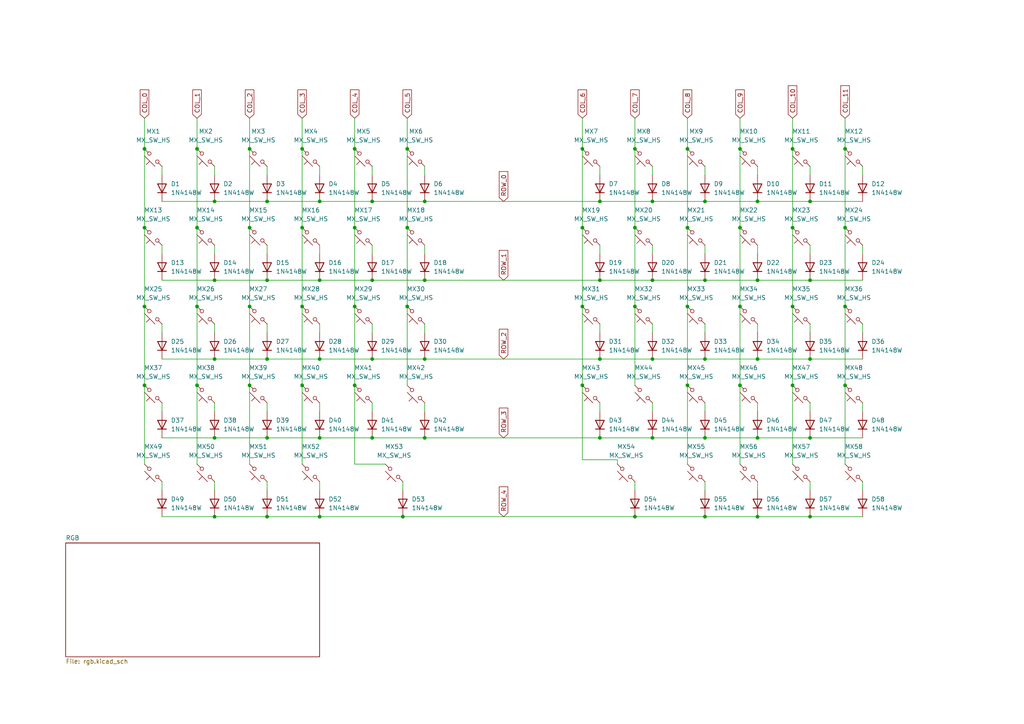
<source format=kicad_sch>
(kicad_sch (version 20230121) (generator eeschema)
  (paper "A4")
  (junction (at 168.91 66.04))
  (junction (at 118.11 43.18))
  (junction (at 87.63 111.76))
  (junction (at 234.95 104.14))
  (junction (at 245.11 111.76))
  (junction (at 234.95 149.86))
  (junction (at 234.95 127))
  (junction (at 92.71 149.86))
  (junction (at 234.95 81.28))
  (junction (at 184.15 66.04))
  (junction (at 107.95 104.14))
  (junction (at 72.39 66.04))
  (junction (at 102.87 43.18))
  (junction (at 219.71 104.14))
  (junction (at 229.87 43.18))
  (junction (at 107.95 58.42))
  (junction (at 219.71 127))
  (junction (at 72.39 111.76))
  (junction (at 72.39 88.9))
  (junction (at 62.23 149.86))
  (junction (at 102.87 66.04))
  (junction (at 199.39 88.9))
  (junction (at 214.63 88.9))
  (junction (at 62.23 104.14))
  (junction (at 168.91 111.76))
  (junction (at 214.63 43.18))
  (junction (at 41.91 88.9))
  (junction (at 219.71 81.28))
  (junction (at 62.23 127))
  (junction (at 219.71 58.42))
  (junction (at 77.47 127))
  (junction (at 123.19 104.14))
  (junction (at 199.39 66.04))
  (junction (at 214.63 111.76))
  (junction (at 189.23 81.28))
  (junction (at 199.39 111.76))
  (junction (at 87.63 43.18))
  (junction (at 41.91 43.18))
  (junction (at 77.47 58.42))
  (junction (at 214.63 66.04))
  (junction (at 123.19 58.42))
  (junction (at 107.95 127))
  (junction (at 173.99 58.42))
  (junction (at 204.47 149.86))
  (junction (at 41.91 66.04))
  (junction (at 123.19 81.28))
  (junction (at 173.99 127))
  (junction (at 173.99 104.14))
  (junction (at 92.71 127))
  (junction (at 199.39 43.18))
  (junction (at 245.11 43.18))
  (junction (at 57.15 111.76))
  (junction (at 184.15 149.86))
  (junction (at 116.84 149.86))
  (junction (at 102.87 111.76))
  (junction (at 123.19 127))
  (junction (at 189.23 58.42))
  (junction (at 87.63 66.04))
  (junction (at 168.91 88.9))
  (junction (at 102.87 88.9))
  (junction (at 77.47 149.86))
  (junction (at 229.87 111.76))
  (junction (at 229.87 66.04))
  (junction (at 219.71 149.86))
  (junction (at 118.11 88.9))
  (junction (at 168.91 43.18))
  (junction (at 118.11 66.04))
  (junction (at 173.99 81.28))
  (junction (at 41.91 111.76))
  (junction (at 234.95 58.42))
  (junction (at 62.23 58.42))
  (junction (at 92.71 104.14))
  (junction (at 189.23 104.14))
  (junction (at 204.47 58.42))
  (junction (at 204.47 127))
  (junction (at 245.11 88.9))
  (junction (at 77.47 104.14))
  (junction (at 87.63 88.9))
  (junction (at 57.15 43.18))
  (junction (at 189.23 127))
  (junction (at 72.39 43.18))
  (junction (at 204.47 104.14))
  (junction (at 184.15 88.9))
  (junction (at 204.47 81.28))
  (junction (at 62.23 81.28))
  (junction (at 245.11 66.04))
  (junction (at 92.71 81.28))
  (junction (at 184.15 43.18))
  (junction (at 107.95 81.28))
  (junction (at 92.71 58.42))
  (junction (at 57.15 88.9))
  (junction (at 229.87 88.9))
  (junction (at 57.15 66.04))
  (junction (at 77.47 81.28))
  (wire (pts (xy 77.47 81.28) (xy 92.71 81.28)))
  (wire (pts (xy 184.15 43.18) (xy 184.15 66.04)))
  (wire (pts (xy 41.91 34.29) (xy 41.91 43.18)))
  (wire (pts (xy 123.19 116.84) (xy 123.19 119.38)))
  (wire (pts (xy 234.95 127) (xy 250.19 127)))
  (wire (pts (xy 214.63 43.18) (xy 214.63 66.04)))
  (wire (pts (xy 189.23 58.42) (xy 204.47 58.42)))
  (wire (pts (xy 214.63 88.9) (xy 214.63 111.76)))
  (wire (pts (xy 184.15 88.9) (xy 184.15 111.76)))
  (wire (pts (xy 219.71 81.28) (xy 234.95 81.28)))
  (wire (pts (xy 204.47 81.28) (xy 219.71 81.28)))
  (wire (pts (xy 168.91 43.18) (xy 168.91 66.04)))
  (wire (pts (xy 168.91 66.04) (xy 168.91 88.9)))
  (wire (pts (xy 87.63 43.18) (xy 87.63 66.04)))
  (wire (pts (xy 62.23 104.14) (xy 77.47 104.14)))
  (wire (pts (xy 46.99 93.98) (xy 46.99 96.52)))
  (wire (pts (xy 179.07 133.35) (xy 179.07 134.62)))
  (wire (pts (xy 189.23 104.14) (xy 204.47 104.14)))
  (wire (pts (xy 118.11 66.04) (xy 118.11 88.9)))
  (wire (pts (xy 204.47 127) (xy 219.71 127)))
  (wire (pts (xy 46.99 149.86) (xy 62.23 149.86)))
  (wire (pts (xy 123.19 127) (xy 173.99 127)))
  (wire (pts (xy 77.47 58.42) (xy 92.71 58.42)))
  (wire (pts (xy 77.47 48.26) (xy 77.47 50.8)))
  (wire (pts (xy 62.23 48.26) (xy 62.23 50.8)))
  (wire (pts (xy 204.47 71.12) (xy 204.47 73.66)))
  (wire (pts (xy 173.99 104.14) (xy 189.23 104.14)))
  (wire (pts (xy 234.95 81.28) (xy 250.19 81.28)))
  (wire (pts (xy 204.47 149.86) (xy 219.71 149.86)))
  (wire (pts (xy 87.63 66.04) (xy 87.63 88.9)))
  (wire (pts (xy 234.95 116.84) (xy 234.95 119.38)))
  (wire (pts (xy 102.87 111.76) (xy 102.87 134.62)))
  (wire (pts (xy 72.39 111.76) (xy 72.39 134.62)))
  (wire (pts (xy 184.15 139.7) (xy 184.15 142.24)))
  (wire (pts (xy 77.47 127) (xy 92.71 127)))
  (wire (pts (xy 214.63 34.29) (xy 214.63 43.18)))
  (wire (pts (xy 62.23 116.84) (xy 62.23 119.38)))
  (wire (pts (xy 173.99 48.26) (xy 173.99 50.8)))
  (wire (pts (xy 87.63 88.9) (xy 87.63 111.76)))
  (wire (pts (xy 189.23 48.26) (xy 189.23 50.8)))
  (wire (pts (xy 77.47 139.7) (xy 77.47 142.24)))
  (wire (pts (xy 92.71 58.42) (xy 107.95 58.42)))
  (wire (pts (xy 189.23 71.12) (xy 189.23 73.66)))
  (wire (pts (xy 92.71 93.98) (xy 92.71 96.52)))
  (wire (pts (xy 204.47 93.98) (xy 204.47 96.52)))
  (wire (pts (xy 57.15 66.04) (xy 57.15 88.9)))
  (wire (pts (xy 234.95 104.14) (xy 250.19 104.14)))
  (wire (pts (xy 102.87 34.29) (xy 102.87 43.18)))
  (wire (pts (xy 229.87 66.04) (xy 229.87 88.9)))
  (wire (pts (xy 41.91 111.76) (xy 41.91 134.62)))
  (wire (pts (xy 245.11 111.76) (xy 245.11 134.62)))
  (wire (pts (xy 46.99 127) (xy 62.23 127)))
  (wire (pts (xy 234.95 93.98) (xy 234.95 96.52)))
  (wire (pts (xy 77.47 116.84) (xy 77.47 119.38)))
  (wire (pts (xy 107.95 58.42) (xy 123.19 58.42)))
  (wire (pts (xy 250.19 116.84) (xy 250.19 119.38)))
  (wire (pts (xy 92.71 127) (xy 107.95 127)))
  (wire (pts (xy 219.71 93.98) (xy 219.71 96.52)))
  (wire (pts (xy 204.47 139.7) (xy 204.47 142.24)))
  (wire (pts (xy 102.87 134.62) (xy 111.76 134.62)))
  (wire (pts (xy 184.15 34.29) (xy 184.15 43.18)))
  (wire (pts (xy 77.47 71.12) (xy 77.47 73.66)))
  (wire (pts (xy 173.99 58.42) (xy 189.23 58.42)))
  (wire (pts (xy 107.95 93.98) (xy 107.95 96.52)))
  (wire (pts (xy 219.71 71.12) (xy 219.71 73.66)))
  (wire (pts (xy 72.39 43.18) (xy 72.39 66.04)))
  (wire (pts (xy 62.23 149.86) (xy 77.47 149.86)))
  (wire (pts (xy 189.23 81.28) (xy 204.47 81.28)))
  (wire (pts (xy 77.47 104.14) (xy 92.71 104.14)))
  (wire (pts (xy 46.99 48.26) (xy 46.99 50.8)))
  (wire (pts (xy 118.11 88.9) (xy 118.11 111.76)))
  (wire (pts (xy 102.87 43.18) (xy 102.87 66.04)))
  (wire (pts (xy 72.39 66.04) (xy 72.39 88.9)))
  (wire (pts (xy 204.47 58.42) (xy 219.71 58.42)))
  (wire (pts (xy 219.71 58.42) (xy 234.95 58.42)))
  (wire (pts (xy 204.47 48.26) (xy 204.47 50.8)))
  (wire (pts (xy 123.19 58.42) (xy 173.99 58.42)))
  (wire (pts (xy 214.63 66.04) (xy 214.63 88.9)))
  (wire (pts (xy 173.99 116.84) (xy 173.99 119.38)))
  (wire (pts (xy 199.39 88.9) (xy 199.39 111.76)))
  (wire (pts (xy 92.71 81.28) (xy 107.95 81.28)))
  (wire (pts (xy 57.15 34.29) (xy 57.15 43.18)))
  (wire (pts (xy 116.84 149.86) (xy 184.15 149.86)))
  (wire (pts (xy 118.11 34.29) (xy 118.11 43.18)))
  (wire (pts (xy 234.95 71.12) (xy 234.95 73.66)))
  (wire (pts (xy 92.71 139.7) (xy 92.71 142.24)))
  (wire (pts (xy 219.71 139.7) (xy 219.71 142.24)))
  (wire (pts (xy 250.19 93.98) (xy 250.19 96.52)))
  (wire (pts (xy 123.19 104.14) (xy 173.99 104.14)))
  (wire (pts (xy 199.39 43.18) (xy 199.39 66.04)))
  (wire (pts (xy 219.71 116.84) (xy 219.71 119.38)))
  (wire (pts (xy 219.71 104.14) (xy 234.95 104.14)))
  (wire (pts (xy 92.71 104.14) (xy 107.95 104.14)))
  (wire (pts (xy 189.23 93.98) (xy 189.23 96.52)))
  (wire (pts (xy 92.71 48.26) (xy 92.71 50.8)))
  (wire (pts (xy 229.87 111.76) (xy 229.87 134.62)))
  (wire (pts (xy 57.15 111.76) (xy 57.15 134.62)))
  (wire (pts (xy 189.23 127) (xy 204.47 127)))
  (wire (pts (xy 62.23 93.98) (xy 62.23 96.52)))
  (wire (pts (xy 199.39 34.29) (xy 199.39 43.18)))
  (wire (pts (xy 46.99 104.14) (xy 62.23 104.14)))
  (wire (pts (xy 168.91 34.29) (xy 168.91 43.18)))
  (wire (pts (xy 92.71 116.84) (xy 92.71 119.38)))
  (wire (pts (xy 234.95 139.7) (xy 234.95 142.24)))
  (wire (pts (xy 123.19 93.98) (xy 123.19 96.52)))
  (wire (pts (xy 46.99 116.84) (xy 46.99 119.38)))
  (wire (pts (xy 57.15 88.9) (xy 57.15 111.76)))
  (wire (pts (xy 245.11 34.29) (xy 245.11 43.18)))
  (wire (pts (xy 204.47 116.84) (xy 204.47 119.38)))
  (wire (pts (xy 107.95 81.28) (xy 123.19 81.28)))
  (wire (pts (xy 62.23 81.28) (xy 77.47 81.28)))
  (wire (pts (xy 229.87 34.29) (xy 229.87 43.18)))
  (wire (pts (xy 168.91 88.9) (xy 168.91 111.76)))
  (wire (pts (xy 229.87 88.9) (xy 229.87 111.76)))
  (wire (pts (xy 234.95 58.42) (xy 250.19 58.42)))
  (wire (pts (xy 107.95 104.14) (xy 123.19 104.14)))
  (wire (pts (xy 92.71 149.86) (xy 116.84 149.86)))
  (wire (pts (xy 46.99 71.12) (xy 46.99 73.66)))
  (wire (pts (xy 168.91 111.76) (xy 168.91 133.35)))
  (wire (pts (xy 87.63 34.29) (xy 87.63 43.18)))
  (wire (pts (xy 219.71 127) (xy 234.95 127)))
  (wire (pts (xy 102.87 66.04) (xy 102.87 88.9)))
  (wire (pts (xy 102.87 88.9) (xy 102.87 111.76)))
  (wire (pts (xy 77.47 149.86) (xy 92.71 149.86)))
  (wire (pts (xy 62.23 71.12) (xy 62.23 73.66)))
  (wire (pts (xy 123.19 71.12) (xy 123.19 73.66)))
  (wire (pts (xy 46.99 139.7) (xy 46.99 142.24)))
  (wire (pts (xy 41.91 88.9) (xy 41.91 111.76)))
  (wire (pts (xy 107.95 127) (xy 123.19 127)))
  (wire (pts (xy 87.63 111.76) (xy 87.63 134.62)))
  (wire (pts (xy 62.23 58.42) (xy 77.47 58.42)))
  (wire (pts (xy 184.15 66.04) (xy 184.15 88.9)))
  (wire (pts (xy 250.19 48.26) (xy 250.19 50.8)))
  (wire (pts (xy 214.63 111.76) (xy 214.63 134.62)))
  (wire (pts (xy 116.84 139.7) (xy 116.84 142.24)))
  (wire (pts (xy 173.99 71.12) (xy 173.99 73.66)))
  (wire (pts (xy 204.47 104.14) (xy 219.71 104.14)))
  (wire (pts (xy 123.19 81.28) (xy 173.99 81.28)))
  (wire (pts (xy 92.71 71.12) (xy 92.71 73.66)))
  (wire (pts (xy 46.99 58.42) (xy 62.23 58.42)))
  (wire (pts (xy 229.87 43.18) (xy 229.87 66.04)))
  (wire (pts (xy 123.19 48.26) (xy 123.19 50.8)))
  (wire (pts (xy 250.19 139.7) (xy 250.19 142.24)))
  (wire (pts (xy 107.95 116.84) (xy 107.95 119.38)))
  (wire (pts (xy 219.71 48.26) (xy 219.71 50.8)))
  (wire (pts (xy 234.95 48.26) (xy 234.95 50.8)))
  (wire (pts (xy 107.95 71.12) (xy 107.95 73.66)))
  (wire (pts (xy 245.11 66.04) (xy 245.11 88.9)))
  (wire (pts (xy 62.23 127) (xy 77.47 127)))
  (wire (pts (xy 62.23 139.7) (xy 62.23 142.24)))
  (wire (pts (xy 41.91 66.04) (xy 41.91 88.9)))
  (wire (pts (xy 179.07 133.35) (xy 168.91 133.35)))
  (wire (pts (xy 184.15 149.86) (xy 204.47 149.86)))
  (wire (pts (xy 57.15 43.18) (xy 57.15 66.04)))
  (wire (pts (xy 189.23 116.84) (xy 189.23 119.38)))
  (wire (pts (xy 118.11 43.18) (xy 118.11 66.04)))
  (wire (pts (xy 199.39 66.04) (xy 199.39 88.9)))
  (wire (pts (xy 199.39 111.76) (xy 199.39 134.62)))
  (wire (pts (xy 173.99 81.28) (xy 189.23 81.28)))
  (wire (pts (xy 46.99 81.28) (xy 62.23 81.28)))
  (wire (pts (xy 173.99 127) (xy 189.23 127)))
  (wire (pts (xy 250.19 71.12) (xy 250.19 73.66)))
  (wire (pts (xy 72.39 34.29) (xy 72.39 43.18)))
  (wire (pts (xy 77.47 93.98) (xy 77.47 96.52)))
  (wire (pts (xy 41.91 43.18) (xy 41.91 66.04)))
  (wire (pts (xy 234.95 149.86) (xy 250.19 149.86)))
  (wire (pts (xy 245.11 88.9) (xy 245.11 111.76)))
  (wire (pts (xy 219.71 149.86) (xy 234.95 149.86)))
  (wire (pts (xy 72.39 88.9) (xy 72.39 111.76)))
  (wire (pts (xy 107.95 48.26) (xy 107.95 50.8)))
  (wire (pts (xy 245.11 43.18) (xy 245.11 66.04)))
  (wire (pts (xy 173.99 93.98) (xy 173.99 96.52)))
  (global_label "COL_6" (shape input) (at 168.91 34.29 90) (property "Intersheetrefs" "${INTERSHEET_REFS}" (effects hide)))
  (global_label "COL_8" (shape input) (at 199.39 34.29 90) (property "Intersheetrefs" "${INTERSHEET_REFS}" (effects hide)))
  (global_label "COL_11" (shape input) (at 245.11 34.29 90) (property "Intersheetrefs" "${INTERSHEET_REFS}" (effects hide)))
  (global_label "COL_7" (shape input) (at 184.15 34.29 90) (property "Intersheetrefs" "${INTERSHEET_REFS}" (effects hide)))
  (global_label "COL_0" (shape input) (at 41.91 34.29 90) (property "Intersheetrefs" "${INTERSHEET_REFS}" (effects hide)))
  (global_label "ROW_0" (shape input) (at 146.05 58.42 90) (property "Intersheetrefs" "${INTERSHEET_REFS}" (effects hide)))
  (global_label "COL_3" (shape input) (at 87.63 34.29 90) (property "Intersheetrefs" "${INTERSHEET_REFS}" (effects hide)))
  (global_label "COL_2" (shape input) (at 72.39 34.29 90) (property "Intersheetrefs" "${INTERSHEET_REFS}" (effects hide)))
  (global_label "ROW_3" (shape input) (at 146.05 127 90) (property "Intersheetrefs" "${INTERSHEET_REFS}" (effects hide)))
  (global_label "ROW_4" (shape input) (at 146.05 149.86 90) (property "Intersheetrefs" "${INTERSHEET_REFS}" (effects hide)))
  (global_label "COL_10" (shape input) (at 229.87 34.29 90) (property "Intersheetrefs" "${INTERSHEET_REFS}" (effects hide)))
  (global_label "ROW_1" (shape input) (at 146.05 81.28 90) (property "Intersheetrefs" "${INTERSHEET_REFS}" (effects hide)))
  (global_label "ROW_2" (shape input) (at 146.05 104.14 90) (property "Intersheetrefs" "${INTERSHEET_REFS}" (effects hide)))
  (global_label "COL_9" (shape input) (at 214.63 34.29 90) (property "Intersheetrefs" "${INTERSHEET_REFS}" (effects hide)))
  (global_label "COL_5" (shape input) (at 118.11 34.29 90) (property "Intersheetrefs" "${INTERSHEET_REFS}" (effects hide)))
  (global_label "COL_1" (shape input) (at 57.15 34.29 90) (property "Intersheetrefs" "${INTERSHEET_REFS}" (effects hide)))
  (global_label "COL_4" (shape input) (at 102.87 34.29 90) (property "Intersheetrefs" "${INTERSHEET_REFS}" (effects hide)))
  (symbol (lib_id "Diode:1N4148W") (at 250.19 123.19 90) (unit 1)
    (property "Reference" "D48" (at 252.73 121.92 90) (effects (justify right)))
    (property "Value" "1N4148W" (at 252.73 124.46 90) (effects (justify right)))
    (property "Footprint" "Diode_SMD:D_SOD-123" (effects hide))
    (property "Datasheet" "https://www.vishay.com/docs/85748/1n4148w.pdf" (effects hide))
    (property "Sim.Device" "D" (effects hide))
    (property "Sim.Pins" "1=K 2=A" (effects hide))
  )
  (symbol (lib_id "PCM_marbastlib-mx:MX_SW_HS") (at 201.93 68.58 180) (unit 1)
    (property "Reference" "MX21" (at 201.93 60.96 0))
    (property "Value" "MX_SW_HS" (at 201.93 63.5 0))
    (property "Footprint" "PCM_marbastlib-mx:SW_MX_HS_1u" (effects hide))
  )
  (symbol (lib_id "PCM_marbastlib-mx:MX_SW_HS") (at 74.93 45.72 180) (unit 1)
    (property "Reference" "MX3" (at 74.93 38.1 0))
    (property "Value" "MX_SW_HS" (at 74.93 40.64 0))
    (property "Footprint" "PCM_marbastlib-mx:SW_MX_HS_1u" (effects hide))
  )
  (symbol (lib_id "Diode:1N4148W") (at 204.47 100.33 90) (unit 1)
    (property "Reference" "D33" (at 207.01 99.06 90) (effects (justify right)))
    (property "Value" "1N4148W" (at 207.01 101.6 90) (effects (justify right)))
    (property "Footprint" "Diode_SMD:D_SOD-123" (effects hide))
    (property "Datasheet" "https://www.vishay.com/docs/85748/1n4148w.pdf" (effects hide))
    (property "Sim.Device" "D" (effects hide))
    (property "Sim.Pins" "1=K 2=A" (effects hide))
  )
  (symbol (lib_id "Diode:1N4148W") (at 204.47 77.47 90) (unit 1)
    (property "Reference" "D21" (at 207.01 76.2 90) (effects (justify right)))
    (property "Value" "1N4148W" (at 207.01 78.74 90) (effects (justify right)))
    (property "Footprint" "Diode_SMD:D_SOD-123" (effects hide))
    (property "Datasheet" "https://www.vishay.com/docs/85748/1n4148w.pdf" (effects hide))
    (property "Sim.Device" "D" (effects hide))
    (property "Sim.Pins" "1=K 2=A" (effects hide))
  )
  (symbol (lib_id "Diode:1N4148W") (at 92.71 54.61 90) (unit 1)
    (property "Reference" "D4" (at 95.25 53.34 90) (effects (justify right)))
    (property "Value" "1N4148W" (at 95.25 55.88 90) (effects (justify right)))
    (property "Footprint" "Diode_SMD:D_SOD-123" (effects hide))
    (property "Datasheet" "https://www.vishay.com/docs/85748/1n4148w.pdf" (effects hide))
    (property "Sim.Device" "D" (effects hide))
    (property "Sim.Pins" "1=K 2=A" (effects hide))
  )
  (symbol (lib_id "PCM_marbastlib-mx:MX_SW_HS") (at 120.65 91.44 180) (unit 1)
    (property "Reference" "MX30" (at 120.65 83.82 0))
    (property "Value" "MX_SW_HS" (at 120.65 86.36 0))
    (property "Footprint" "PCM_marbastlib-mx:SW_MX_HS_1u" (effects hide))
  )
  (symbol (lib_id "Diode:1N4148W") (at 123.19 77.47 90) (unit 1)
    (property "Reference" "D18" (at 125.73 76.2 90) (effects (justify right)))
    (property "Value" "1N4148W" (at 125.73 78.74 90) (effects (justify right)))
    (property "Footprint" "Diode_SMD:D_SOD-123" (effects hide))
    (property "Datasheet" "https://www.vishay.com/docs/85748/1n4148w.pdf" (effects hide))
    (property "Sim.Device" "D" (effects hide))
    (property "Sim.Pins" "1=K 2=A" (effects hide))
  )
  (symbol (lib_id "PCM_marbastlib-mx:MX_SW_HS") (at 217.17 114.3 180) (unit 1)
    (property "Reference" "MX46" (at 217.17 106.68 0))
    (property "Value" "MX_SW_HS" (at 217.17 109.22 0))
    (property "Footprint" "PCM_marbastlib-mx:SW_MX_HS_1u" (effects hide))
  )
  (symbol (lib_id "PCM_marbastlib-mx:MX_SW_HS") (at 232.41 137.16 180) (unit 1)
    (property "Reference" "MX57" (at 232.41 129.54 0))
    (property "Value" "MX_SW_HS" (at 232.41 132.08 0))
    (property "Footprint" "PCM_marbastlib-mx:SW_MX_HS_1u" (effects hide))
  )
  (symbol (lib_id "Diode:1N4148W") (at 250.19 77.47 90) (unit 1)
    (property "Reference" "D24" (at 252.73 76.2 90) (effects (justify right)))
    (property "Value" "1N4148W" (at 252.73 78.74 90) (effects (justify right)))
    (property "Footprint" "Diode_SMD:D_SOD-123" (effects hide))
    (property "Datasheet" "https://www.vishay.com/docs/85748/1n4148w.pdf" (effects hide))
    (property "Sim.Device" "D" (effects hide))
    (property "Sim.Pins" "1=K 2=A" (effects hide))
  )
  (symbol (lib_id "PCM_marbastlib-mx:MX_SW_HS") (at 74.93 114.3 180) (unit 1)
    (property "Reference" "MX39" (at 74.93 106.68 0))
    (property "Value" "MX_SW_HS" (at 74.93 109.22 0))
    (property "Footprint" "PCM_marbastlib-mx:SW_MX_HS_1u" (effects hide))
  )
  (symbol (lib_id "PCM_marbastlib-mx:MX_SW_HS") (at 59.69 114.3 180) (unit 1)
    (property "Reference" "MX38" (at 59.69 106.68 0))
    (property "Value" "MX_SW_HS" (at 59.69 109.22 0))
    (property "Footprint" "PCM_marbastlib-mx:SW_MX_HS_1u" (effects hide))
  )
  (symbol (lib_id "PCM_marbastlib-mx:MX_SW_HS") (at 44.45 114.3 180) (unit 1)
    (property "Reference" "MX37" (at 44.45 106.68 0))
    (property "Value" "MX_SW_HS" (at 44.45 109.22 0))
    (property "Footprint" "PCM_marbastlib-mx:SW_MX_HS_1u" (effects hide))
  )
  (symbol (lib_id "PCM_marbastlib-mx:MX_SW_HS") (at 171.45 68.58 180) (unit 1)
    (property "Reference" "MX19" (at 171.45 60.96 0))
    (property "Value" "MX_SW_HS" (at 171.45 63.5 0))
    (property "Footprint" "PCM_marbastlib-mx:SW_MX_HS_1u" (effects hide))
  )
  (symbol (lib_id "Diode:1N4148W") (at 234.95 123.19 90) (unit 1)
    (property "Reference" "D47" (at 237.49 121.92 90) (effects (justify right)))
    (property "Value" "1N4148W" (at 237.49 124.46 90) (effects (justify right)))
    (property "Footprint" "Diode_SMD:D_SOD-123" (effects hide))
    (property "Datasheet" "https://www.vishay.com/docs/85748/1n4148w.pdf" (effects hide))
    (property "Sim.Device" "D" (effects hide))
    (property "Sim.Pins" "1=K 2=A" (effects hide))
  )
  (symbol (lib_id "Diode:1N4148W") (at 62.23 77.47 90) (unit 1)
    (property "Reference" "D14" (at 64.77 76.2 90) (effects (justify right)))
    (property "Value" "1N4148W" (at 64.77 78.74 90) (effects (justify right)))
    (property "Footprint" "Diode_SMD:D_SOD-123" (effects hide))
    (property "Datasheet" "https://www.vishay.com/docs/85748/1n4148w.pdf" (effects hide))
    (property "Sim.Device" "D" (effects hide))
    (property "Sim.Pins" "1=K 2=A" (effects hide))
  )
  (symbol (lib_id "PCM_marbastlib-mx:MX_SW_HS") (at 90.17 91.44 180) (unit 1)
    (property "Reference" "MX28" (at 90.17 83.82 0))
    (property "Value" "MX_SW_HS" (at 90.17 86.36 0))
    (property "Footprint" "PCM_marbastlib-mx:SW_MX_HS_1u" (effects hide))
  )
  (symbol (lib_id "PCM_marbastlib-mx:MX_SW_HS") (at 44.45 137.16 180) (unit 1)
    (property "Reference" "MX49" (at 44.45 129.54 0))
    (property "Value" "MX_SW_HS" (at 44.45 132.08 0))
    (property "Footprint" "PCM_marbastlib-mx:SW_MX_HS_1u" (effects hide))
  )
  (symbol (lib_id "PCM_marbastlib-mx:MX_SW_HS") (at 186.69 91.44 180) (unit 1)
    (property "Reference" "MX32" (at 186.69 83.82 0))
    (property "Value" "MX_SW_HS" (at 186.69 86.36 0))
    (property "Footprint" "PCM_marbastlib-mx:SW_MX_HS_1u" (effects hide))
  )
  (symbol (lib_id "PCM_marbastlib-mx:MX_SW_HS") (at 120.65 68.58 180) (unit 1)
    (property "Reference" "MX18" (at 120.65 60.96 0))
    (property "Value" "MX_SW_HS" (at 120.65 63.5 0))
    (property "Footprint" "PCM_marbastlib-mx:SW_MX_HS_1u" (effects hide))
  )
  (symbol (lib_id "PCM_marbastlib-mx:MX_SW_HS") (at 44.45 91.44 180) (unit 1)
    (property "Reference" "MX25" (at 44.45 83.82 0))
    (property "Value" "MX_SW_HS" (at 44.45 86.36 0))
    (property "Footprint" "PCM_marbastlib-mx:SW_MX_HS_1u" (effects hide))
  )
  (symbol (lib_id "PCM_marbastlib-mx:MX_SW_HS") (at 105.41 91.44 180) (unit 1)
    (property "Reference" "MX29" (at 105.41 83.82 0))
    (property "Value" "MX_SW_HS" (at 105.41 86.36 0))
    (property "Footprint" "PCM_marbastlib-mx:SW_MX_HS_1u" (effects hide))
  )
  (symbol (lib_id "PCM_marbastlib-mx:MX_SW_HS") (at 90.17 114.3 180) (unit 1)
    (property "Reference" "MX40" (at 90.17 106.68 0))
    (property "Value" "MX_SW_HS" (at 90.17 109.22 0))
    (property "Footprint" "PCM_marbastlib-mx:SW_MX_HS_1u" (effects hide))
  )
  (symbol (lib_id "PCM_marbastlib-mx:MX_SW_HS") (at 247.65 68.58 180) (unit 1)
    (property "Reference" "MX24" (at 247.65 60.96 0))
    (property "Value" "MX_SW_HS" (at 247.65 63.5 0))
    (property "Footprint" "PCM_marbastlib-mx:SW_MX_HS_1u" (effects hide))
  )
  (symbol (lib_id "Diode:1N4148W") (at 62.23 146.05 90) (unit 1)
    (property "Reference" "D50" (at 64.77 144.78 90) (effects (justify right)))
    (property "Value" "1N4148W" (at 64.77 147.32 90) (effects (justify right)))
    (property "Footprint" "Diode_SMD:D_SOD-123" (effects hide))
    (property "Datasheet" "https://www.vishay.com/docs/85748/1n4148w.pdf" (effects hide))
    (property "Sim.Device" "D" (effects hide))
    (property "Sim.Pins" "1=K 2=A" (effects hide))
  )
  (symbol (lib_id "Diode:1N4148W") (at 46.99 123.19 90) (unit 1)
    (property "Reference" "D37" (at 49.53 121.92 90) (effects (justify right)))
    (property "Value" "1N4148W" (at 49.53 124.46 90) (effects (justify right)))
    (property "Footprint" "Diode_SMD:D_SOD-123" (effects hide))
    (property "Datasheet" "https://www.vishay.com/docs/85748/1n4148w.pdf" (effects hide))
    (property "Sim.Device" "D" (effects hide))
    (property "Sim.Pins" "1=K 2=A" (effects hide))
  )
  (symbol (lib_id "Diode:1N4148W") (at 77.47 146.05 90) (unit 1)
    (property "Reference" "D51" (at 80.01 144.78 90) (effects (justify right)))
    (property "Value" "1N4148W" (at 80.01 147.32 90) (effects (justify right)))
    (property "Footprint" "Diode_SMD:D_SOD-123" (effects hide))
    (property "Datasheet" "https://www.vishay.com/docs/85748/1n4148w.pdf" (effects hide))
    (property "Sim.Device" "D" (effects hide))
    (property "Sim.Pins" "1=K 2=A" (effects hide))
  )
  (symbol (lib_id "Diode:1N4148W") (at 219.71 123.19 90) (unit 1)
    (property "Reference" "D46" (at 222.25 121.92 90) (effects (justify right)))
    (property "Value" "1N4148W" (at 222.25 124.46 90) (effects (justify right)))
    (property "Footprint" "Diode_SMD:D_SOD-123" (effects hide))
    (property "Datasheet" "https://www.vishay.com/docs/85748/1n4148w.pdf" (effects hide))
    (property "Sim.Device" "D" (effects hide))
    (property "Sim.Pins" "1=K 2=A" (effects hide))
  )
  (symbol (lib_id "PCM_marbastlib-mx:MX_SW_HS") (at 217.17 91.44 180) (unit 1)
    (property "Reference" "MX34" (at 217.17 83.82 0))
    (property "Value" "MX_SW_HS" (at 217.17 86.36 0))
    (property "Footprint" "PCM_marbastlib-mx:SW_MX_HS_1u" (effects hide))
  )
  (symbol (lib_id "Diode:1N4148W") (at 46.99 77.47 90) (unit 1)
    (property "Reference" "D13" (at 49.53 76.2 90) (effects (justify right)))
    (property "Value" "1N4148W" (at 49.53 78.74 90) (effects (justify right)))
    (property "Footprint" "Diode_SMD:D_SOD-123" (effects hide))
    (property "Datasheet" "https://www.vishay.com/docs/85748/1n4148w.pdf" (effects hide))
    (property "Sim.Device" "D" (effects hide))
    (property "Sim.Pins" "1=K 2=A" (effects hide))
  )
  (symbol (lib_id "PCM_marbastlib-mx:MX_SW_HS") (at 59.69 68.58 180) (unit 1)
    (property "Reference" "MX14" (at 59.69 60.96 0))
    (property "Value" "MX_SW_HS" (at 59.69 63.5 0))
    (property "Footprint" "PCM_marbastlib-mx:SW_MX_HS_1u" (effects hide))
  )
  (symbol (lib_id "Diode:1N4148W") (at 189.23 77.47 90) (unit 1)
    (property "Reference" "D20" (at 191.77 76.2 90) (effects (justify right)))
    (property "Value" "1N4148W" (at 191.77 78.74 90) (effects (justify right)))
    (property "Footprint" "Diode_SMD:D_SOD-123" (effects hide))
    (property "Datasheet" "https://www.vishay.com/docs/85748/1n4148w.pdf" (effects hide))
    (property "Sim.Device" "D" (effects hide))
    (property "Sim.Pins" "1=K 2=A" (effects hide))
  )
  (symbol (lib_id "PCM_marbastlib-mx:MX_SW_HS") (at 171.45 45.72 180) (unit 1)
    (property "Reference" "MX7" (at 171.45 38.1 0))
    (property "Value" "MX_SW_HS" (at 171.45 40.64 0))
    (property "Footprint" "PCM_marbastlib-mx:SW_MX_HS_1u" (effects hide))
  )
  (symbol (lib_id "Diode:1N4148W") (at 92.71 123.19 90) (unit 1)
    (property "Reference" "D40" (at 95.25 121.92 90) (effects (justify right)))
    (property "Value" "1N4148W" (at 95.25 124.46 90) (effects (justify right)))
    (property "Footprint" "Diode_SMD:D_SOD-123" (effects hide))
    (property "Datasheet" "https://www.vishay.com/docs/85748/1n4148w.pdf" (effects hide))
    (property "Sim.Device" "D" (effects hide))
    (property "Sim.Pins" "1=K 2=A" (effects hide))
  )
  (symbol (lib_id "Diode:1N4148W") (at 250.19 146.05 90) (unit 1)
    (property "Reference" "D58" (at 252.73 144.78 90) (effects (justify right)))
    (property "Value" "1N4148W" (at 252.73 147.32 90) (effects (justify right)))
    (property "Footprint" "Diode_SMD:D_SOD-123" (effects hide))
    (property "Datasheet" "https://www.vishay.com/docs/85748/1n4148w.pdf" (effects hide))
    (property "Sim.Device" "D" (effects hide))
    (property "Sim.Pins" "1=K 2=A" (effects hide))
  )
  (symbol (lib_id "PCM_marbastlib-mx:MX_SW_HS") (at 120.65 114.3 180) (unit 1)
    (property "Reference" "MX42" (at 120.65 106.68 0))
    (property "Value" "MX_SW_HS" (at 120.65 109.22 0))
    (property "Footprint" "PCM_marbastlib-mx:SW_MX_HS_1u" (effects hide))
  )
  (symbol (lib_id "Diode:1N4148W") (at 107.95 123.19 90) (unit 1)
    (property "Reference" "D41" (at 110.49 121.92 90) (effects (justify right)))
    (property "Value" "1N4148W" (at 110.49 124.46 90) (effects (justify right)))
    (property "Footprint" "Diode_SMD:D_SOD-123" (effects hide))
    (property "Datasheet" "https://www.vishay.com/docs/85748/1n4148w.pdf" (effects hide))
    (property "Sim.Device" "D" (effects hide))
    (property "Sim.Pins" "1=K 2=A" (effects hide))
  )
  (symbol (lib_id "Diode:1N4148W") (at 46.99 54.61 90) (unit 1)
    (property "Reference" "D1" (at 49.53 53.34 90) (effects (justify right)))
    (property "Value" "1N4148W" (at 49.53 55.88 90) (effects (justify right)))
    (property "Footprint" "Diode_SMD:D_SOD-123" (effects hide))
    (property "Datasheet" "https://www.vishay.com/docs/85748/1n4148w.pdf" (effects hide))
    (property "Sim.Device" "D" (effects hide))
    (property "Sim.Pins" "1=K 2=A" (effects hide))
  )
  (symbol (lib_id "Diode:1N4148W") (at 204.47 54.61 90) (unit 1)
    (property "Reference" "D9" (at 207.01 53.34 90) (effects (justify right)))
    (property "Value" "1N4148W" (at 207.01 55.88 90) (effects (justify right)))
    (property "Footprint" "Diode_SMD:D_SOD-123" (effects hide))
    (property "Datasheet" "https://www.vishay.com/docs/85748/1n4148w.pdf" (effects hide))
    (property "Sim.Device" "D" (effects hide))
    (property "Sim.Pins" "1=K 2=A" (effects hide))
  )
  (symbol (lib_id "PCM_marbastlib-mx:MX_SW_HS") (at 201.93 91.44 180) (unit 1)
    (property "Reference" "MX33" (at 201.93 83.82 0))
    (property "Value" "MX_SW_HS" (at 201.93 86.36 0))
    (property "Footprint" "PCM_marbastlib-mx:SW_MX_HS_1u" (effects hide))
  )
  (symbol (lib_id "PCM_marbastlib-mx:MX_SW_HS") (at 44.45 45.72 180) (unit 1)
    (property "Reference" "MX1" (at 44.45 38.1 0))
    (property "Value" "MX_SW_HS" (at 44.45 40.64 0))
    (property "Footprint" "PCM_marbastlib-mx:SW_MX_HS_1u" (effects hide))
  )
  (symbol (lib_id "PCM_marbastlib-mx:MX_SW_HS") (at 247.65 137.16 180) (unit 1)
    (property "Reference" "MX58" (at 247.65 129.54 0))
    (property "Value" "MX_SW_HS" (at 247.65 132.08 0))
    (property "Footprint" "PCM_marbastlib-mx:SW_MX_HS_1u" (effects hide))
  )
  (symbol (lib_id "Diode:1N4148W") (at 92.71 100.33 90) (unit 1)
    (property "Reference" "D28" (at 95.25 99.06 90) (effects (justify right)))
    (property "Value" "1N4148W" (at 95.25 101.6 90) (effects (justify right)))
    (property "Footprint" "Diode_SMD:D_SOD-123" (effects hide))
    (property "Datasheet" "https://www.vishay.com/docs/85748/1n4148w.pdf" (effects hide))
    (property "Sim.Device" "D" (effects hide))
    (property "Sim.Pins" "1=K 2=A" (effects hide))
  )
  (symbol (lib_id "Diode:1N4148W") (at 234.95 146.05 90) (unit 1)
    (property "Reference" "D57" (at 237.49 144.78 90) (effects (justify right)))
    (property "Value" "1N4148W" (at 237.49 147.32 90) (effects (justify right)))
    (property "Footprint" "Diode_SMD:D_SOD-123" (effects hide))
    (property "Datasheet" "https://www.vishay.com/docs/85748/1n4148w.pdf" (effects hide))
    (property "Sim.Device" "D" (effects hide))
    (property "Sim.Pins" "1=K 2=A" (effects hide))
  )
  (symbol (lib_id "PCM_marbastlib-mx:MX_SW_HS") (at 201.93 137.16 180) (unit 1)
    (property "Reference" "MX55" (at 201.93 129.54 0))
    (property "Value" "MX_SW_HS" (at 201.93 132.08 0))
    (property "Footprint" "PCM_marbastlib-mx:SW_MX_HS_1u" (effects hide))
  )
  (symbol (lib_id "PCM_marbastlib-mx:MX_SW_HS") (at 217.17 45.72 180) (unit 1)
    (property "Reference" "MX10" (at 217.17 38.1 0))
    (property "Value" "MX_SW_HS" (at 217.17 40.64 0))
    (property "Footprint" "PCM_marbastlib-mx:SW_MX_HS_1u" (effects hide))
  )
  (symbol (lib_id "Diode:1N4148W") (at 62.23 123.19 90) (unit 1)
    (property "Reference" "D38" (at 64.77 121.92 90) (effects (justify right)))
    (property "Value" "1N4148W" (at 64.77 124.46 90) (effects (justify right)))
    (property "Footprint" "Diode_SMD:D_SOD-123" (effects hide))
    (property "Datasheet" "https://www.vishay.com/docs/85748/1n4148w.pdf" (effects hide))
    (property "Sim.Device" "D" (effects hide))
    (property "Sim.Pins" "1=K 2=A" (effects hide))
  )
  (symbol (lib_id "PCM_marbastlib-mx:MX_SW_HS") (at 247.65 91.44 180) (unit 1)
    (property "Reference" "MX36" (at 247.65 83.82 0))
    (property "Value" "MX_SW_HS" (at 247.65 86.36 0))
    (property "Footprint" "PCM_marbastlib-mx:SW_MX_HS_1u" (effects hide))
  )
  (symbol (lib_id "Diode:1N4148W") (at 116.84 146.05 90) (unit 1)
    (property "Reference" "D53" (at 119.38 144.78 90) (effects (justify right)))
    (property "Value" "1N4148W" (at 119.38 147.32 90) (effects (justify right)))
    (property "Footprint" "Diode_SMD:D_SOD-123" (effects hide))
    (property "Datasheet" "https://www.vishay.com/docs/85748/1n4148w.pdf" (effects hide))
    (property "Sim.Device" "D" (effects hide))
    (property "Sim.Pins" "1=K 2=A" (effects hide))
  )
  (symbol (lib_id "PCM_marbastlib-mx:MX_SW_HS") (at 90.17 45.72 180) (unit 1)
    (property "Reference" "MX4" (at 90.17 38.1 0))
    (property "Value" "MX_SW_HS" (at 90.17 40.64 0))
    (property "Footprint" "PCM_marbastlib-mx:SW_MX_HS_1u" (effects hide))
  )
  (symbol (lib_id "PCM_marbastlib-mx:MX_SW_HS") (at 120.65 45.72 180) (unit 1)
    (property "Reference" "MX6" (at 120.65 38.1 0))
    (property "Value" "MX_SW_HS" (at 120.65 40.64 0))
    (property "Footprint" "PCM_marbastlib-mx:SW_MX_HS_1u" (effects hide))
  )
  (symbol (lib_id "PCM_marbastlib-mx:MX_SW_HS") (at 186.69 114.3 180) (unit 1)
    (property "Reference" "MX44" (at 186.69 106.68 0))
    (property "Value" "MX_SW_HS" (at 186.69 109.22 0))
    (property "Footprint" "PCM_marbastlib-mx:SW_MX_HS_1u" (effects hide))
  )
  (symbol (lib_id "PCM_marbastlib-mx:MX_SW_HS") (at 186.69 68.58 180) (unit 1)
    (property "Reference" "MX20" (at 186.69 60.96 0))
    (property "Value" "MX_SW_HS" (at 186.69 63.5 0))
    (property "Footprint" "PCM_marbastlib-mx:SW_MX_HS_1u" (effects hide))
  )
  (symbol (lib_id "PCM_marbastlib-mx:MX_SW_HS") (at 59.69 45.72 180) (unit 1)
    (property "Reference" "MX2" (at 59.69 38.1 0))
    (property "Value" "MX_SW_HS" (at 59.69 40.64 0))
    (property "Footprint" "PCM_marbastlib-mx:SW_MX_HS_1u" (effects hide))
  )
  (symbol (lib_id "PCM_marbastlib-mx:MX_SW_HS") (at 105.41 45.72 180) (unit 1)
    (property "Reference" "MX5" (at 105.41 38.1 0))
    (property "Value" "MX_SW_HS" (at 105.41 40.64 0))
    (property "Footprint" "PCM_marbastlib-mx:SW_MX_HS_1u" (effects hide))
  )
  (symbol (lib_id "PCM_marbastlib-mx:MX_SW_HS") (at 171.45 114.3 180) (unit 1)
    (property "Reference" "MX43" (at 171.45 106.68 0))
    (property "Value" "MX_SW_HS" (at 171.45 109.22 0))
    (property "Footprint" "PCM_marbastlib-mx:SW_MX_HS_1u" (effects hide))
  )
  (symbol (lib_id "Diode:1N4148W") (at 189.23 123.19 90) (unit 1)
    (property "Reference" "D44" (at 191.77 121.92 90) (effects (justify right)))
    (property "Value" "1N4148W" (at 191.77 124.46 90) (effects (justify right)))
    (property "Footprint" "Diode_SMD:D_SOD-123" (effects hide))
    (property "Datasheet" "https://www.vishay.com/docs/85748/1n4148w.pdf" (effects hide))
    (property "Sim.Device" "D" (effects hide))
    (property "Sim.Pins" "1=K 2=A" (effects hide))
  )
  (symbol (lib_id "Diode:1N4148W") (at 123.19 54.61 90) (unit 1)
    (property "Reference" "D6" (at 125.73 53.34 90) (effects (justify right)))
    (property "Value" "1N4148W" (at 125.73 55.88 90) (effects (justify right)))
    (property "Footprint" "Diode_SMD:D_SOD-123" (effects hide))
    (property "Datasheet" "https://www.vishay.com/docs/85748/1n4148w.pdf" (effects hide))
    (property "Sim.Device" "D" (effects hide))
    (property "Sim.Pins" "1=K 2=A" (effects hide))
  )
  (symbol (lib_id "Diode:1N4148W") (at 123.19 100.33 90) (unit 1)
    (property "Reference" "D30" (at 125.73 99.06 90) (effects (justify right)))
    (property "Value" "1N4148W" (at 125.73 101.6 90) (effects (justify right)))
    (property "Footprint" "Diode_SMD:D_SOD-123" (effects hide))
    (property "Datasheet" "https://www.vishay.com/docs/85748/1n4148w.pdf" (effects hide))
    (property "Sim.Device" "D" (effects hide))
    (property "Sim.Pins" "1=K 2=A" (effects hide))
  )
  (symbol (lib_id "PCM_marbastlib-mx:MX_SW_HS") (at 217.17 68.58 180) (unit 1)
    (property "Reference" "MX22" (at 217.17 60.96 0))
    (property "Value" "MX_SW_HS" (at 217.17 63.5 0))
    (property "Footprint" "PCM_marbastlib-mx:SW_MX_HS_1u" (effects hide))
  )
  (symbol (lib_id "PCM_marbastlib-mx:MX_SW_HS") (at 247.65 45.72 180) (unit 1)
    (property "Reference" "MX12" (at 247.65 38.1 0))
    (property "Value" "MX_SW_HS" (at 247.65 40.64 0))
    (property "Footprint" "PCM_marbastlib-mx:SW_MX_HS_1u" (effects hide))
  )
  (symbol (lib_id "PCM_marbastlib-mx:MX_SW_HS") (at 105.41 114.3 180) (unit 1)
    (property "Reference" "MX41" (at 105.41 106.68 0))
    (property "Value" "MX_SW_HS" (at 105.41 109.22 0))
    (property "Footprint" "PCM_marbastlib-mx:SW_MX_HS_1u" (effects hide))
  )
  (symbol (lib_id "PCM_marbastlib-mx:MX_SW_HS") (at 247.65 114.3 180) (unit 1)
    (property "Reference" "MX48" (at 247.65 106.68 0))
    (property "Value" "MX_SW_HS" (at 247.65 109.22 0))
    (property "Footprint" "PCM_marbastlib-mx:SW_MX_HS_1u" (effects hide))
  )
  (symbol (lib_id "Diode:1N4148W") (at 234.95 77.47 90) (unit 1)
    (property "Reference" "D23" (at 237.49 76.2 90) (effects (justify right)))
    (property "Value" "1N4148W" (at 237.49 78.74 90) (effects (justify right)))
    (property "Footprint" "Diode_SMD:D_SOD-123" (effects hide))
    (property "Datasheet" "https://www.vishay.com/docs/85748/1n4148w.pdf" (effects hide))
    (property "Sim.Device" "D" (effects hide))
    (property "Sim.Pins" "1=K 2=A" (effects hide))
  )
  (symbol (lib_id "Diode:1N4148W") (at 77.47 100.33 90) (unit 1)
    (property "Reference" "D27" (at 80.01 99.06 90) (effects (justify right)))
    (property "Value" "1N4148W" (at 80.01 101.6 90) (effects (justify right)))
    (property "Footprint" "Diode_SMD:D_SOD-123" (effects hide))
    (property "Datasheet" "https://www.vishay.com/docs/85748/1n4148w.pdf" (effects hide))
    (property "Sim.Device" "D" (effects hide))
    (property "Sim.Pins" "1=K 2=A" (effects hide))
  )
  (symbol (lib_id "PCM_marbastlib-mx:MX_SW_HS") (at 186.69 45.72 180) (unit 1)
    (property "Reference" "MX8" (at 186.69 38.1 0))
    (property "Value" "MX_SW_HS" (at 186.69 40.64 0))
    (property "Footprint" "PCM_marbastlib-mx:SW_MX_HS_1u" (effects hide))
  )
  (symbol (lib_id "Diode:1N4148W") (at 173.99 123.19 90) (unit 1)
    (property "Reference" "D43" (at 176.53 121.92 90) (effects (justify right)))
    (property "Value" "1N4148W" (at 176.53 124.46 90) (effects (justify right)))
    (property "Footprint" "Diode_SMD:D_SOD-123" (effects hide))
    (property "Datasheet" "https://www.vishay.com/docs/85748/1n4148w.pdf" (effects hide))
    (property "Sim.Device" "D" (effects hide))
    (property "Sim.Pins" "1=K 2=A" (effects hide))
  )
  (symbol (lib_id "Diode:1N4148W") (at 234.95 100.33 90) (unit 1)
    (property "Reference" "D35" (at 237.49 99.06 90) (effects (justify right)))
    (property "Value" "1N4148W" (at 237.49 101.6 90) (effects (justify right)))
    (property "Footprint" "Diode_SMD:D_SOD-123" (effects hide))
    (property "Datasheet" "https://www.vishay.com/docs/85748/1n4148w.pdf" (effects hide))
    (property "Sim.Device" "D" (effects hide))
    (property "Sim.Pins" "1=K 2=A" (effects hide))
  )
  (symbol (lib_id "PCM_marbastlib-mx:MX_SW_HS") (at 181.61 137.16 180) (unit 1)
    (property "Reference" "MX54" (at 181.61 129.54 0))
    (property "Value" "MX_SW_HS" (at 181.61 132.08 0))
    (property "Footprint" "PCM_marbastlib-mx:SW_MX_HS_1u" (effects hide))
  )
  (symbol (lib_id "Diode:1N4148W") (at 189.23 54.61 90) (unit 1)
    (property "Reference" "D8" (at 191.77 53.34 90) (effects (justify right)))
    (property "Value" "1N4148W" (at 191.77 55.88 90) (effects (justify right)))
    (property "Footprint" "Diode_SMD:D_SOD-123" (effects hide))
    (property "Datasheet" "https://www.vishay.com/docs/85748/1n4148w.pdf" (effects hide))
    (property "Sim.Device" "D" (effects hide))
    (property "Sim.Pins" "1=K 2=A" (effects hide))
  )
  (symbol (lib_id "PCM_marbastlib-mx:MX_SW_HS") (at 232.41 68.58 180) (unit 1)
    (property "Reference" "MX23" (at 232.41 60.96 0))
    (property "Value" "MX_SW_HS" (at 232.41 63.5 0))
    (property "Footprint" "PCM_marbastlib-mx:SW_MX_HS_1u" (effects hide))
  )
  (symbol (lib_id "Diode:1N4148W") (at 123.19 123.19 90) (unit 1)
    (property "Reference" "D42" (at 125.73 121.92 90) (effects (justify right)))
    (property "Value" "1N4148W" (at 125.73 124.46 90) (effects (justify right)))
    (property "Footprint" "Diode_SMD:D_SOD-123" (effects hide))
    (property "Datasheet" "https://www.vishay.com/docs/85748/1n4148w.pdf" (effects hide))
    (property "Sim.Device" "D" (effects hide))
    (property "Sim.Pins" "1=K 2=A" (effects hide))
  )
  (symbol (lib_id "Diode:1N4148W") (at 107.95 54.61 90) (unit 1)
    (property "Reference" "D5" (at 110.49 53.34 90) (effects (justify right)))
    (property "Value" "1N4148W" (at 110.49 55.88 90) (effects (justify right)))
    (property "Footprint" "Diode_SMD:D_SOD-123" (effects hide))
    (property "Datasheet" "https://www.vishay.com/docs/85748/1n4148w.pdf" (effects hide))
    (property "Sim.Device" "D" (effects hide))
    (property "Sim.Pins" "1=K 2=A" (effects hide))
  )
  (symbol (lib_id "PCM_marbastlib-mx:MX_SW_HS") (at 59.69 137.16 180) (unit 1)
    (property "Reference" "MX50" (at 59.69 129.54 0))
    (property "Value" "MX_SW_HS" (at 59.69 132.08 0))
    (property "Footprint" "PCM_marbastlib-mx:SW_MX_HS_1u" (effects hide))
  )
  (symbol (lib_id "Diode:1N4148W") (at 173.99 77.47 90) (unit 1)
    (property "Reference" "D19" (at 176.53 76.2 90) (effects (justify right)))
    (property "Value" "1N4148W" (at 176.53 78.74 90) (effects (justify right)))
    (property "Footprint" "Diode_SMD:D_SOD-123" (effects hide))
    (property "Datasheet" "https://www.vishay.com/docs/85748/1n4148w.pdf" (effects hide))
    (property "Sim.Device" "D" (effects hide))
    (property "Sim.Pins" "1=K 2=A" (effects hide))
  )
  (symbol (lib_id "PCM_marbastlib-mx:MX_SW_HS") (at 44.45 68.58 180) (unit 1)
    (property "Reference" "MX13" (at 44.45 60.96 0))
    (property "Value" "MX_SW_HS" (at 44.45 63.5 0))
    (property "Footprint" "PCM_marbastlib-mx:SW_MX_HS_1u" (effects hide))
  )
  (symbol (lib_id "PCM_marbastlib-mx:MX_SW_HS") (at 232.41 91.44 180) (unit 1)
    (property "Reference" "MX35" (at 232.41 83.82 0))
    (property "Value" "MX_SW_HS" (at 232.41 86.36 0))
    (property "Footprint" "PCM_marbastlib-mx:SW_MX_HS_1u" (effects hide))
  )
  (symbol (lib_id "Diode:1N4148W") (at 77.47 77.47 90) (unit 1)
    (property "Reference" "D15" (at 80.01 76.2 90) (effects (justify right)))
    (property "Value" "1N4148W" (at 80.01 78.74 90) (effects (justify right)))
    (property "Footprint" "Diode_SMD:D_SOD-123" (effects hide))
    (property "Datasheet" "https://www.vishay.com/docs/85748/1n4148w.pdf" (effects hide))
    (property "Sim.Device" "D" (effects hide))
    (property "Sim.Pins" "1=K 2=A" (effects hide))
  )
  (symbol (lib_id "Diode:1N4148W") (at 173.99 100.33 90) (unit 1)
    (property "Reference" "D31" (at 176.53 99.06 90) (effects (justify right)))
    (property "Value" "1N4148W" (at 176.53 101.6 90) (effects (justify right)))
    (property "Footprint" "Diode_SMD:D_SOD-123" (effects hide))
    (property "Datasheet" "https://www.vishay.com/docs/85748/1n4148w.pdf" (effects hide))
    (property "Sim.Device" "D" (effects hide))
    (property "Sim.Pins" "1=K 2=A" (effects hide))
  )
  (symbol (lib_id "Diode:1N4148W") (at 184.15 146.05 90) (unit 1)
    (property "Reference" "D54" (at 186.69 144.78 90) (effects (justify right)))
    (property "Value" "1N4148W" (at 186.69 147.32 90) (effects (justify right)))
    (property "Footprint" "Diode_SMD:D_SOD-123" (effects hide))
    (property "Datasheet" "https://www.vishay.com/docs/85748/1n4148w.pdf" (effects hide))
    (property "Sim.Device" "D" (effects hide))
    (property "Sim.Pins" "1=K 2=A" (effects hide))
  )
  (symbol (lib_id "PCM_marbastlib-mx:MX_SW_HS") (at 90.17 68.58 180) (unit 1)
    (property "Reference" "MX16" (at 90.17 60.96 0))
    (property "Value" "MX_SW_HS" (at 90.17 63.5 0))
    (property "Footprint" "PCM_marbastlib-mx:SW_MX_HS_1u" (effects hide))
  )
  (symbol (lib_id "Diode:1N4148W") (at 46.99 146.05 90) (unit 1)
    (property "Reference" "D49" (at 49.53 144.78 90) (effects (justify right)))
    (property "Value" "1N4148W" (at 49.53 147.32 90) (effects (justify right)))
    (property "Footprint" "Diode_SMD:D_SOD-123" (effects hide))
    (property "Datasheet" "https://www.vishay.com/docs/85748/1n4148w.pdf" (effects hide))
    (property "Sim.Device" "D" (effects hide))
    (property "Sim.Pins" "1=K 2=A" (effects hide))
  )
  (symbol (lib_id "Diode:1N4148W") (at 173.99 54.61 90) (unit 1)
    (property "Reference" "D7" (at 176.53 53.34 90) (effects (justify right)))
    (property "Value" "1N4148W" (at 176.53 55.88 90) (effects (justify right)))
    (property "Footprint" "Diode_SMD:D_SOD-123" (effects hide))
    (property "Datasheet" "https://www.vishay.com/docs/85748/1n4148w.pdf" (effects hide))
    (property "Sim.Device" "D" (effects hide))
    (property "Sim.Pins" "1=K 2=A" (effects hide))
  )
  (symbol (lib_id "PCM_marbastlib-mx:MX_SW_HS") (at 232.41 114.3 180) (unit 1)
    (property "Reference" "MX47" (at 232.41 106.68 0))
    (property "Value" "MX_SW_HS" (at 232.41 109.22 0))
    (property "Footprint" "PCM_marbastlib-mx:SW_MX_HS_1u" (effects hide))
  )
  (symbol (lib_id "Diode:1N4148W") (at 77.47 54.61 90) (unit 1)
    (property "Reference" "D3" (at 80.01 53.34 90) (effects (justify right)))
    (property "Value" "1N4148W" (at 80.01 55.88 90) (effects (justify right)))
    (property "Footprint" "Diode_SMD:D_SOD-123" (effects hide))
    (property "Datasheet" "https://www.vishay.com/docs/85748/1n4148w.pdf" (effects hide))
    (property "Sim.Device" "D" (effects hide))
    (property "Sim.Pins" "1=K 2=A" (effects hide))
  )
  (symbol (lib_id "Diode:1N4148W") (at 219.71 100.33 90) (unit 1)
    (property "Reference" "D34" (at 222.25 99.06 90) (effects (justify right)))
    (property "Value" "1N4148W" (at 222.25 101.6 90) (effects (justify right)))
    (property "Footprint" "Diode_SMD:D_SOD-123" (effects hide))
    (property "Datasheet" "https://www.vishay.com/docs/85748/1n4148w.pdf" (effects hide))
    (property "Sim.Device" "D" (effects hide))
    (property "Sim.Pins" "1=K 2=A" (effects hide))
  )
  (symbol (lib_id "PCM_marbastlib-mx:MX_SW_HS") (at 74.93 68.58 180) (unit 1)
    (property "Reference" "MX15" (at 74.93 60.96 0))
    (property "Value" "MX_SW_HS" (at 74.93 63.5 0))
    (property "Footprint" "PCM_marbastlib-mx:SW_MX_HS_1u" (effects hide))
  )
  (symbol (lib_id "PCM_marbastlib-mx:MX_SW_HS") (at 59.69 91.44 180) (unit 1)
    (property "Reference" "MX26" (at 59.69 83.82 0))
    (property "Value" "MX_SW_HS" (at 59.69 86.36 0))
    (property "Footprint" "PCM_marbastlib-mx:SW_MX_HS_1u" (effects hide))
  )
  (symbol (lib_id "Diode:1N4148W") (at 204.47 123.19 90) (unit 1)
    (property "Reference" "D45" (at 207.01 121.92 90) (effects (justify right)))
    (property "Value" "1N4148W" (at 207.01 124.46 90) (effects (justify right)))
    (property "Footprint" "Diode_SMD:D_SOD-123" (effects hide))
    (property "Datasheet" "https://www.vishay.com/docs/85748/1n4148w.pdf" (effects hide))
    (property "Sim.Device" "D" (effects hide))
    (property "Sim.Pins" "1=K 2=A" (effects hide))
  )
  (symbol (lib_id "PCM_marbastlib-mx:MX_SW_HS") (at 232.41 45.72 180) (unit 1)
    (property "Reference" "MX11" (at 232.41 38.1 0))
    (property "Value" "MX_SW_HS" (at 232.41 40.64 0))
    (property "Footprint" "PCM_marbastlib-mx:SW_MX_HS_1u" (effects hide))
  )
  (symbol (lib_id "Diode:1N4148W") (at 204.47 146.05 90) (unit 1)
    (property "Reference" "D55" (at 207.01 144.78 90) (effects (justify right)))
    (property "Value" "1N4148W" (at 207.01 147.32 90) (effects (justify right)))
    (property "Footprint" "Diode_SMD:D_SOD-123" (effects hide))
    (property "Datasheet" "https://www.vishay.com/docs/85748/1n4148w.pdf" (effects hide))
    (property "Sim.Device" "D" (effects hide))
    (property "Sim.Pins" "1=K 2=A" (effects hide))
  )
  (symbol (lib_id "Diode:1N4148W") (at 107.95 77.47 90) (unit 1)
    (property "Reference" "D17" (at 110.49 76.2 90) (effects (justify right)))
    (property "Value" "1N4148W" (at 110.49 78.74 90) (effects (justify right)))
    (property "Footprint" "Diode_SMD:D_SOD-123" (effects hide))
    (property "Datasheet" "https://www.vishay.com/docs/85748/1n4148w.pdf" (effects hide))
    (property "Sim.Device" "D" (effects hide))
    (property "Sim.Pins" "1=K 2=A" (effects hide))
  )
  (symbol (lib_id "PCM_marbastlib-mx:MX_SW_HS") (at 171.45 91.44 180) (unit 1)
    (property "Reference" "MX31" (at 171.45 83.82 0))
    (property "Value" "MX_SW_HS" (at 171.45 86.36 0))
    (property "Footprint" "PCM_marbastlib-mx:SW_MX_HS_1u" (effects hide))
  )
  (symbol (lib_id "Diode:1N4148W") (at 219.71 77.47 90) (unit 1)
    (property "Reference" "D22" (at 222.25 76.2 90) (effects (justify right)))
    (property "Value" "1N4148W" (at 222.25 78.74 90) (effects (justify right)))
    (property "Footprint" "Diode_SMD:D_SOD-123" (effects hide))
    (property "Datasheet" "https://www.vishay.com/docs/85748/1n4148w.pdf" (effects hide))
    (property "Sim.Device" "D" (effects hide))
    (property "Sim.Pins" "1=K 2=A" (effects hide))
  )
  (symbol (lib_id "PCM_marbastlib-mx:MX_SW_HS") (at 74.93 91.44 180) (unit 1)
    (property "Reference" "MX27" (at 74.93 83.82 0))
    (property "Value" "MX_SW_HS" (at 74.93 86.36 0))
    (property "Footprint" "PCM_marbastlib-mx:SW_MX_HS_1u" (effects hide))
  )
  (symbol (lib_id "Diode:1N4148W") (at 77.47 123.19 90) (unit 1)
    (property "Reference" "D39" (at 80.01 121.92 90) (effects (justify right)))
    (property "Value" "1N4148W" (at 80.01 124.46 90) (effects (justify right)))
    (property "Footprint" "Diode_SMD:D_SOD-123" (effects hide))
    (property "Datasheet" "https://www.vishay.com/docs/85748/1n4148w.pdf" (effects hide))
    (property "Sim.Device" "D" (effects hide))
    (property "Sim.Pins" "1=K 2=A" (effects hide))
  )
  (symbol (lib_id "Diode:1N4148W") (at 92.71 77.47 90) (unit 1)
    (property "Reference" "D16" (at 95.25 76.2 90) (effects (justify right)))
    (property "Value" "1N4148W" (at 95.25 78.74 90) (effects (justify right)))
    (property "Footprint" "Diode_SMD:D_SOD-123" (effects hide))
    (property "Datasheet" "https://www.vishay.com/docs/85748/1n4148w.pdf" (effects hide))
    (property "Sim.Device" "D" (effects hide))
    (property "Sim.Pins" "1=K 2=A" (effects hide))
  )
  (symbol (lib_id "Diode:1N4148W") (at 107.95 100.33 90) (unit 1)
    (property "Reference" "D29" (at 110.49 99.06 90) (effects (justify right)))
    (property "Value" "1N4148W" (at 110.49 101.6 90) (effects (justify right)))
    (property "Footprint" "Diode_SMD:D_SOD-123" (effects hide))
    (property "Datasheet" "https://www.vishay.com/docs/85748/1n4148w.pdf" (effects hide))
    (property "Sim.Device" "D" (effects hide))
    (property "Sim.Pins" "1=K 2=A" (effects hide))
  )
  (symbol (lib_id "PCM_marbastlib-mx:MX_SW_HS") (at 105.41 68.58 180) (unit 1)
    (property "Reference" "MX17" (at 105.41 60.96 0))
    (property "Value" "MX_SW_HS" (at 105.41 63.5 0))
    (property "Footprint" "PCM_marbastlib-mx:SW_MX_HS_1u" (effects hide))
  )
  (symbol (lib_id "PCM_marbastlib-mx:MX_SW_HS") (at 114.3 137.16 180) (unit 1)
    (property "Reference" "MX53" (at 114.3 129.54 0))
    (property "Value" "MX_SW_HS" (at 114.3 132.08 0))
    (property "Footprint" "PCM_marbastlib-mx:SW_MX_HS_1u" (effects hide))
  )
  (symbol (lib_id "Diode:1N4148W") (at 92.71 146.05 90) (unit 1)
    (property "Reference" "D52" (at 95.25 144.78 90) (effects (justify right)))
    (property "Value" "1N4148W" (at 95.25 147.32 90) (effects (justify right)))
    (property "Footprint" "Diode_SMD:D_SOD-123" (effects hide))
    (property "Datasheet" "https://www.vishay.com/docs/85748/1n4148w.pdf" (effects hide))
    (property "Sim.Device" "D" (effects hide))
    (property "Sim.Pins" "1=K 2=A" (effects hide))
  )
  (symbol (lib_id "Diode:1N4148W") (at 219.71 54.61 90) (unit 1)
    (property "Reference" "D10" (at 222.25 53.34 90) (effects (justify right)))
    (property "Value" "1N4148W" (at 222.25 55.88 90) (effects (justify right)))
    (property "Footprint" "Diode_SMD:D_SOD-123" (effects hide))
    (property "Datasheet" "https://www.vishay.com/docs/85748/1n4148w.pdf" (effects hide))
    (property "Sim.Device" "D" (effects hide))
    (property "Sim.Pins" "1=K 2=A" (effects hide))
  )
  (symbol (lib_id "Diode:1N4148W") (at 234.95 54.61 90) (unit 1)
    (property "Reference" "D11" (at 237.49 53.34 90) (effects (justify right)))
    (property "Value" "1N4148W" (at 237.49 55.88 90) (effects (justify right)))
    (property "Footprint" "Diode_SMD:D_SOD-123" (effects hide))
    (property "Datasheet" "https://www.vishay.com/docs/85748/1n4148w.pdf" (effects hide))
    (property "Sim.Device" "D" (effects hide))
    (property "Sim.Pins" "1=K 2=A" (effects hide))
  )
  (symbol (lib_id "Diode:1N4148W") (at 46.99 100.33 90) (unit 1)
    (property "Reference" "D25" (at 49.53 99.06 90) (effects (justify right)))
    (property "Value" "1N4148W" (at 49.53 101.6 90) (effects (justify right)))
    (property "Footprint" "Diode_SMD:D_SOD-123" (effects hide))
    (property "Datasheet" "https://www.vishay.com/docs/85748/1n4148w.pdf" (effects hide))
    (property "Sim.Device" "D" (effects hide))
    (property "Sim.Pins" "1=K 2=A" (effects hide))
  )
  (symbol (lib_id "PCM_marbastlib-mx:MX_SW_HS") (at 90.17 137.16 180) (unit 1)
    (property "Reference" "MX52" (at 90.17 129.54 0))
    (property "Value" "MX_SW_HS" (at 90.17 132.08 0))
    (property "Footprint" "PCM_marbastlib-mx:SW_MX_HS_1u" (effects hide))
  )
  (symbol (lib_id "Diode:1N4148W") (at 219.71 146.05 90) (unit 1)
    (property "Reference" "D56" (at 222.25 144.78 90) (effects (justify right)))
    (property "Value" "1N4148W" (at 222.25 147.32 90) (effects (justify right)))
    (property "Footprint" "Diode_SMD:D_SOD-123" (effects hide))
    (property "Datasheet" "https://www.vishay.com/docs/85748/1n4148w.pdf" (effects hide))
    (property "Sim.Device" "D" (effects hide))
    (property "Sim.Pins" "1=K 2=A" (effects hide))
  )
  (symbol (lib_id "Diode:1N4148W") (at 62.23 54.61 90) (unit 1)
    (property "Reference" "D2" (at 64.77 53.34 90) (effects (justify right)))
    (property "Value" "1N4148W" (at 64.77 55.88 90) (effects (justify right)))
    (property "Footprint" "Diode_SMD:D_SOD-123" (effects hide))
    (property "Datasheet" "https://www.vishay.com/docs/85748/1n4148w.pdf" (effects hide))
    (property "Sim.Device" "D" (effects hide))
    (property "Sim.Pins" "1=K 2=A" (effects hide))
  )
  (symbol (lib_id "PCM_marbastlib-mx:MX_SW_HS") (at 74.93 137.16 180) (unit 1)
    (property "Reference" "MX51" (at 74.93 129.54 0))
    (property "Value" "MX_SW_HS" (at 74.93 132.08 0))
    (property "Footprint" "PCM_marbastlib-mx:SW_MX_HS_1u" (effects hide))
  )
  (symbol (lib_id "Diode:1N4148W") (at 189.23 100.33 90) (unit 1)
    (property "Reference" "D32" (at 191.77 99.06 90) (effects (justify right)))
    (property "Value" "1N4148W" (at 191.77 101.6 90) (effects (justify right)))
    (property "Footprint" "Diode_SMD:D_SOD-123" (effects hide))
    (property "Datasheet" "https://www.vishay.com/docs/85748/1n4148w.pdf" (effects hide))
    (property "Sim.Device" "D" (effects hide))
    (property "Sim.Pins" "1=K 2=A" (effects hide))
  )
  (symbol (lib_id "PCM_marbastlib-mx:MX_SW_HS") (at 201.93 114.3 180) (unit 1)
    (property "Reference" "MX45" (at 201.93 106.68 0))
    (property "Value" "MX_SW_HS" (at 201.93 109.22 0))
    (property "Footprint" "PCM_marbastlib-mx:SW_MX_HS_1u" (effects hide))
  )
  (symbol (lib_id "Diode:1N4148W") (at 250.19 100.33 90) (unit 1)
    (property "Reference" "D36" (at 252.73 99.06 90) (effects (justify right)))
    (property "Value" "1N4148W" (at 252.73 101.6 90) (effects (justify right)))
    (property "Footprint" "Diode_SMD:D_SOD-123" (effects hide))
    (property "Datasheet" "https://www.vishay.com/docs/85748/1n4148w.pdf" (effects hide))
    (property "Sim.Device" "D" (effects hide))
    (property "Sim.Pins" "1=K 2=A" (effects hide))
  )
  (symbol (lib_id "Diode:1N4148W") (at 62.23 100.33 90) (unit 1)
    (property "Reference" "D26" (at 64.77 99.06 90) (effects (justify right)))
    (property "Value" "1N4148W" (at 64.77 101.6 90) (effects (justify right)))
    (property "Footprint" "Diode_SMD:D_SOD-123" (effects hide))
    (property "Datasheet" "https://www.vishay.com/docs/85748/1n4148w.pdf" (effects hide))
    (property "Sim.Device" "D" (effects hide))
    (property "Sim.Pins" "1=K 2=A" (effects hide))
  )
  (symbol (lib_id "Diode:1N4148W") (at 250.19 54.61 90) (unit 1)
    (property "Reference" "D12" (at 252.73 53.34 90) (effects (justify right)))
    (property "Value" "1N4148W" (at 252.73 55.88 90) (effects (justify right)))
    (property "Footprint" "Diode_SMD:D_SOD-123" (effects hide))
    (property "Datasheet" "https://www.vishay.com/docs/85748/1n4148w.pdf" (effects hide))
    (property "Sim.Device" "D" (effects hide))
    (property "Sim.Pins" "1=K 2=A" (effects hide))
  )
  (symbol (lib_id "PCM_marbastlib-mx:MX_SW_HS") (at 217.17 137.16 180) (unit 1)
    (property "Reference" "MX56" (at 217.17 129.54 0))
    (property "Value" "MX_SW_HS" (at 217.17 132.08 0))
    (property "Footprint" "PCM_marbastlib-mx:SW_MX_HS_1u" (effects hide))
  )
  (symbol (lib_id "PCM_marbastlib-mx:MX_SW_HS") (at 201.93 45.72 180) (unit 1)
    (property "Reference" "MX9" (at 201.93 38.1 0))
    (property "Value" "MX_SW_HS" (at 201.93 40.64 0))
    (property "Footprint" "PCM_marbastlib-mx:SW_MX_HS_1u" (effects hide))
  )
  (sheet (at 19.05 157.48) (size 73.66 33.02) (stroke (width 0.1524))
    (property "Sheetname" "RGB" (at 19.05 156.7684 0) (effects (justify left bottom)))
    (property "Sheetfile" "rgb.kicad_sch" (at 19.05 191.0846 0) (effects (justify left top)))
  )
)
</source>
